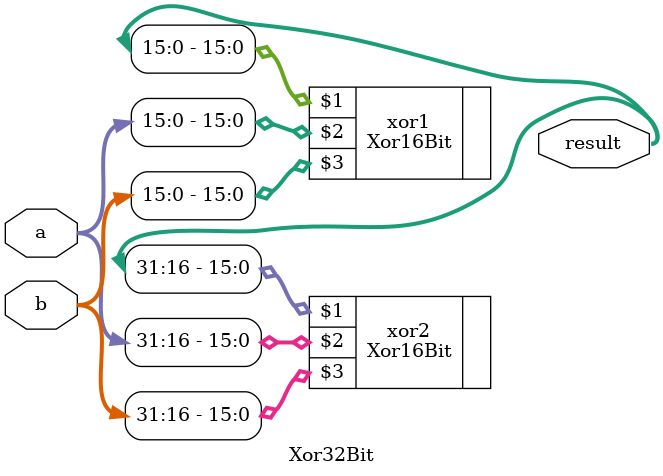
<source format=v>
module Xor32Bit(output[32:0] result,
					input[32:0] a, 
					input[32:0] b);

	Xor16Bit xor1(result[15:0], a[15:0], b[15:0]);
	Xor16Bit xor2(result[31:16], a[31:16], b[31:16]);

endmodule 
</source>
